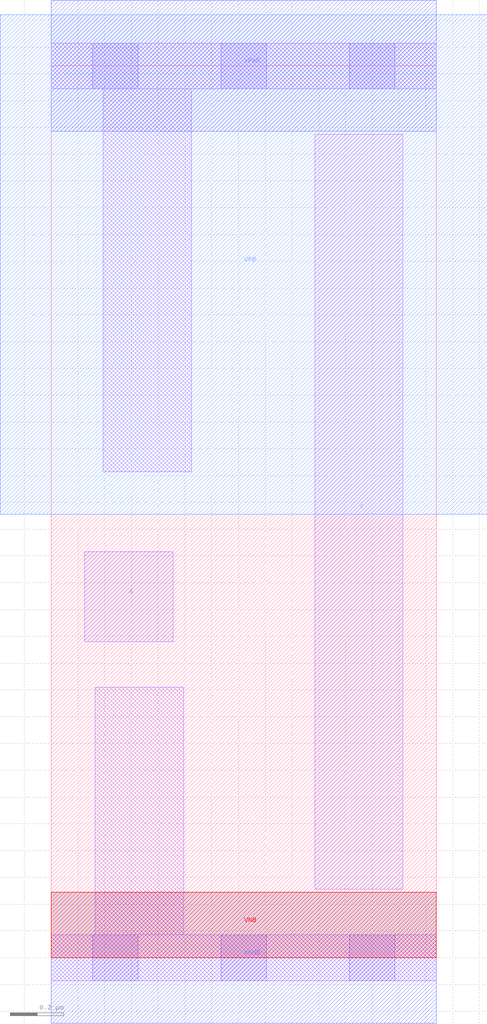
<source format=lef>
# Copyright 2020 The SkyWater PDK Authors
#
# Licensed under the Apache License, Version 2.0 (the "License");
# you may not use this file except in compliance with the License.
# You may obtain a copy of the License at
#
#     https://www.apache.org/licenses/LICENSE-2.0
#
# Unless required by applicable law or agreed to in writing, software
# distributed under the License is distributed on an "AS IS" BASIS,
# WITHOUT WARRANTIES OR CONDITIONS OF ANY KIND, either express or implied.
# See the License for the specific language governing permissions and
# limitations under the License.
#
# SPDX-License-Identifier: Apache-2.0

VERSION 5.7 ;
  NOWIREEXTENSIONATPIN ON ;
  DIVIDERCHAR "/" ;
  BUSBITCHARS "[]" ;
MACRO sky130_fd_sc_lp__invlp_1
  CLASS CORE ;
  FOREIGN sky130_fd_sc_lp__invlp_1 ;
  ORIGIN  0.000000  0.000000 ;
  SIZE  1.440000 BY  3.330000 ;
  SYMMETRY X Y R90 ;
  SITE unit ;
  PIN A
    ANTENNAGATEAREA  0.630000 ;
    DIRECTION INPUT ;
    USE SIGNAL ;
    PORT
      LAYER li1 ;
        RECT 0.125000 1.180000 0.455000 1.515000 ;
    END
  END A
  PIN Y
    ANTENNADIFFAREA  0.598500 ;
    DIRECTION OUTPUT ;
    USE SIGNAL ;
    PORT
      LAYER li1 ;
        RECT 0.985000 0.255000 1.315000 3.075000 ;
    END
  END Y
  PIN VGND
    DIRECTION INOUT ;
    USE GROUND ;
    PORT
      LAYER met1 ;
        RECT 0.000000 -0.245000 1.440000 0.245000 ;
    END
  END VGND
  PIN VNB
    DIRECTION INOUT ;
    USE GROUND ;
    PORT
      LAYER pwell ;
        RECT 0.000000 0.000000 1.440000 0.245000 ;
    END
  END VNB
  PIN VPB
    DIRECTION INOUT ;
    USE POWER ;
    PORT
      LAYER nwell ;
        RECT -0.190000 1.655000 1.630000 3.520000 ;
    END
  END VPB
  PIN VPWR
    DIRECTION INOUT ;
    USE POWER ;
    PORT
      LAYER met1 ;
        RECT 0.000000 3.085000 1.440000 3.575000 ;
    END
  END VPWR
  OBS
    LAYER li1 ;
      RECT 0.000000 -0.085000 1.440000 0.085000 ;
      RECT 0.000000  3.245000 1.440000 3.415000 ;
      RECT 0.165000  0.085000 0.495000 1.010000 ;
      RECT 0.195000  1.815000 0.525000 3.245000 ;
    LAYER mcon ;
      RECT 0.155000 -0.085000 0.325000 0.085000 ;
      RECT 0.155000  3.245000 0.325000 3.415000 ;
      RECT 0.635000 -0.085000 0.805000 0.085000 ;
      RECT 0.635000  3.245000 0.805000 3.415000 ;
      RECT 1.115000 -0.085000 1.285000 0.085000 ;
      RECT 1.115000  3.245000 1.285000 3.415000 ;
  END
END sky130_fd_sc_lp__invlp_1
END LIBRARY

</source>
